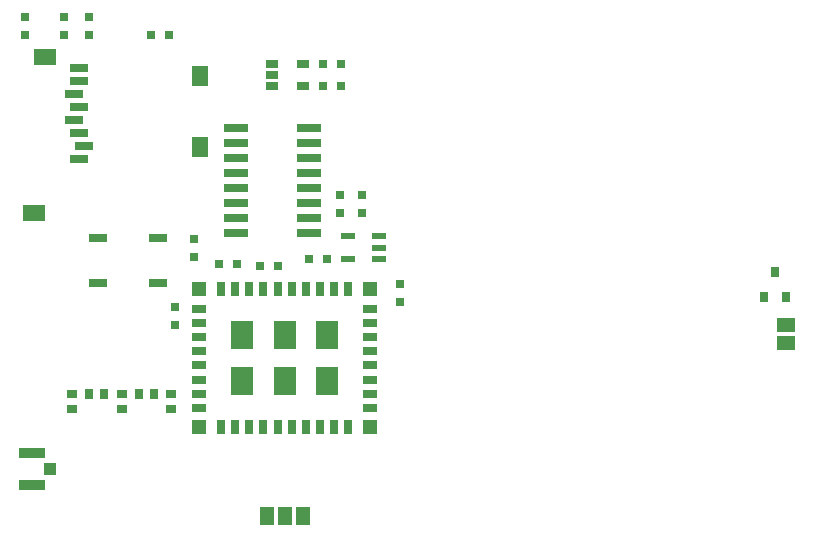
<source format=gtp>
G75*
G70*
%OFA0B0*%
%FSLAX24Y24*%
%IPPOS*%
%LPD*%
%AMOC8*
5,1,8,0,0,1.08239X$1,22.5*
%
%ADD10R,0.0748X0.0945*%
%ADD11R,0.0472X0.0472*%
%ADD12R,0.0276X0.0472*%
%ADD13R,0.0472X0.0276*%
%ADD14R,0.0300X0.0300*%
%ADD15R,0.0354X0.0276*%
%ADD16R,0.0276X0.0354*%
%ADD17R,0.0472X0.0217*%
%ADD18R,0.0460X0.0630*%
%ADD19R,0.0866X0.0335*%
%ADD20R,0.0413X0.0394*%
%ADD21R,0.0591X0.0276*%
%ADD22R,0.0551X0.0709*%
%ADD23R,0.0748X0.0551*%
%ADD24R,0.0800X0.0260*%
%ADD25R,0.0315X0.0354*%
%ADD26R,0.0630X0.0460*%
%ADD27R,0.0600X0.0300*%
%ADD28R,0.0390X0.0272*%
D10*
X009476Y005685D03*
X010893Y005685D03*
X012310Y005685D03*
X012310Y007220D03*
X010893Y007220D03*
X009476Y007220D03*
D11*
X008039Y008756D03*
X013747Y008756D03*
X013747Y004149D03*
X008039Y004149D03*
D12*
X008767Y004149D03*
X009240Y004149D03*
X009712Y004149D03*
X010184Y004149D03*
X010657Y004149D03*
X011129Y004149D03*
X011602Y004149D03*
X012074Y004149D03*
X012547Y004149D03*
X013019Y004149D03*
X013019Y008756D03*
X012547Y008756D03*
X012074Y008756D03*
X011602Y008756D03*
X011129Y008756D03*
X010657Y008756D03*
X010184Y008756D03*
X009712Y008756D03*
X009240Y008756D03*
X008767Y008756D03*
D13*
X008039Y008106D03*
X008039Y007634D03*
X008039Y007161D03*
X008039Y006689D03*
X008039Y006216D03*
X008039Y005744D03*
X008039Y005271D03*
X008039Y004799D03*
X013747Y004799D03*
X013747Y005271D03*
X013747Y005744D03*
X013747Y006216D03*
X013747Y006689D03*
X013747Y007161D03*
X013747Y007634D03*
X013747Y008106D03*
D14*
X014737Y008340D03*
X014737Y008940D03*
X012297Y009765D03*
X011697Y009765D03*
X010662Y009515D03*
X010062Y009515D03*
X009303Y009578D03*
X008703Y009578D03*
X007862Y009840D03*
X007862Y010440D03*
X007237Y008170D03*
X007237Y007570D03*
X012737Y011278D03*
X012737Y011878D03*
X013489Y011878D03*
X013489Y011278D03*
X012787Y015515D03*
X012187Y015515D03*
X012187Y016265D03*
X012787Y016265D03*
X007037Y017215D03*
X006437Y017215D03*
X004362Y017215D03*
X004362Y017815D03*
X003549Y017815D03*
X003549Y017215D03*
X002237Y017215D03*
X002237Y017815D03*
D15*
X003799Y005272D03*
X003799Y004760D03*
X005487Y004760D03*
X005487Y005272D03*
X007112Y005271D03*
X007112Y004760D03*
D16*
X006555Y005272D03*
X006043Y005272D03*
X004883Y005272D03*
X004372Y005272D03*
D17*
X013020Y009766D03*
X013020Y010514D03*
X014044Y010514D03*
X014044Y010140D03*
X014044Y009766D03*
D18*
X011493Y001203D03*
X010893Y001203D03*
X010293Y001203D03*
D19*
X002487Y002224D03*
X002487Y003306D03*
D20*
X003087Y002765D03*
D21*
X004048Y013097D03*
X004205Y013530D03*
X004048Y013963D03*
X003890Y014396D03*
X004048Y014829D03*
X003890Y015262D03*
X004048Y015695D03*
X004048Y016128D03*
D22*
X008064Y015853D03*
X008064Y013490D03*
D23*
X002906Y016483D03*
X002552Y011286D03*
D24*
X009277Y011140D03*
X009277Y011640D03*
X009277Y012140D03*
X009277Y012640D03*
X009277Y013140D03*
X009277Y013640D03*
X009277Y014140D03*
X011697Y014140D03*
X011697Y013640D03*
X011697Y013140D03*
X011697Y012640D03*
X011697Y012140D03*
X011697Y011640D03*
X011697Y011140D03*
X011697Y010640D03*
X009277Y010640D03*
D25*
X026863Y008496D03*
X027611Y008496D03*
X027237Y009323D03*
D26*
X027612Y007565D03*
X027612Y006965D03*
D27*
X006674Y008953D03*
X006674Y010453D03*
X004674Y010453D03*
X004674Y008953D03*
D28*
X010479Y015516D03*
X010479Y015890D03*
X010479Y016264D03*
X011499Y016264D03*
X011499Y015516D03*
M02*

</source>
